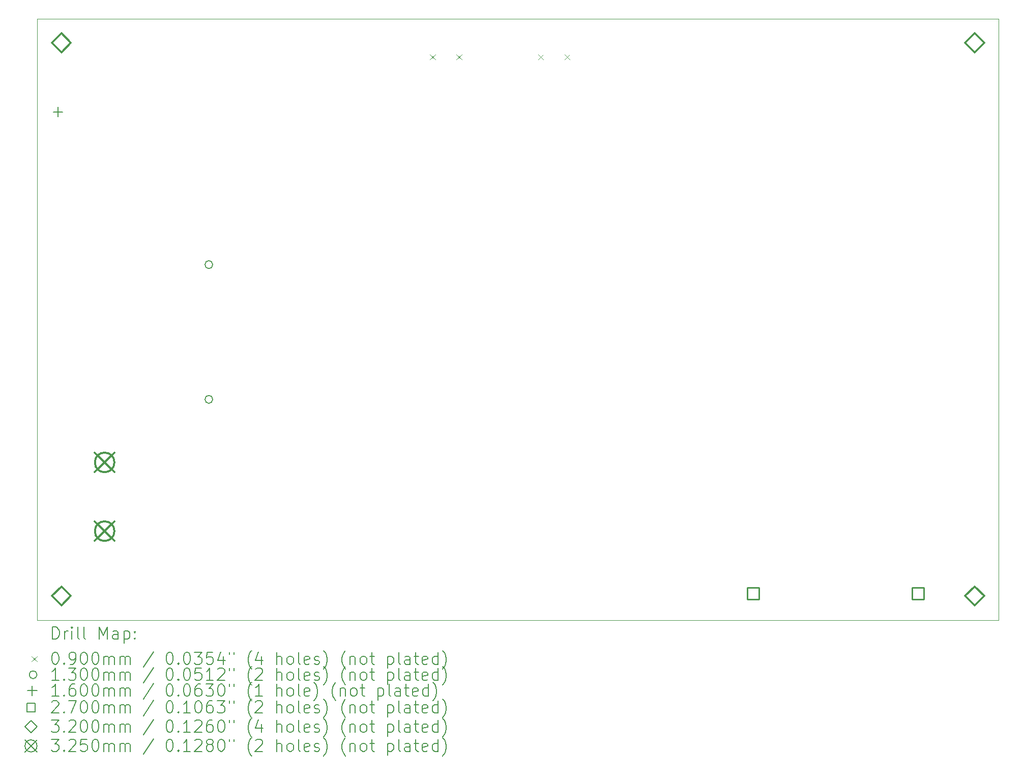
<source format=gbr>
%TF.GenerationSoftware,KiCad,Pcbnew,(6.0.11-0)*%
%TF.CreationDate,2023-09-15T21:28:13+02:00*%
%TF.ProjectId,marco-ram-board,6d617263-6f2d-4726-916d-2d626f617264,rev?*%
%TF.SameCoordinates,Original*%
%TF.FileFunction,Drillmap*%
%TF.FilePolarity,Positive*%
%FSLAX45Y45*%
G04 Gerber Fmt 4.5, Leading zero omitted, Abs format (unit mm)*
G04 Created by KiCad (PCBNEW (6.0.11-0)) date 2023-09-15 21:28:13*
%MOMM*%
%LPD*%
G01*
G04 APERTURE LIST*
%ADD10C,0.100000*%
%ADD11C,0.200000*%
%ADD12C,0.090000*%
%ADD13C,0.130000*%
%ADD14C,0.160000*%
%ADD15C,0.270000*%
%ADD16C,0.320000*%
%ADD17C,0.325000*%
G04 APERTURE END LIST*
D10*
X23000000Y-14000000D02*
X23000000Y-4000000D01*
X7000000Y-4000000D02*
X23000000Y-4000000D01*
X7000000Y-4000000D02*
X7000000Y-14000000D01*
X7000000Y-14000000D02*
X23000000Y-14000000D01*
D11*
D12*
X13535000Y-4595000D02*
X13625000Y-4685000D01*
X13625000Y-4595000D02*
X13535000Y-4685000D01*
X13975000Y-4595000D02*
X14065000Y-4685000D01*
X14065000Y-4595000D02*
X13975000Y-4685000D01*
X15335000Y-4595000D02*
X15425000Y-4685000D01*
X15425000Y-4595000D02*
X15335000Y-4685000D01*
X15775000Y-4595000D02*
X15865000Y-4685000D01*
X15865000Y-4595000D02*
X15775000Y-4685000D01*
D13*
X9920000Y-8090000D02*
G75*
G03*
X9920000Y-8090000I-65000J0D01*
G01*
X9920000Y-10330000D02*
G75*
G03*
X9920000Y-10330000I-65000J0D01*
G01*
D14*
X7344600Y-5469400D02*
X7344600Y-5629400D01*
X7264600Y-5549400D02*
X7424600Y-5549400D01*
D15*
X19011460Y-13655746D02*
X19011460Y-13464825D01*
X18820540Y-13464825D01*
X18820540Y-13655746D01*
X19011460Y-13655746D01*
X21751460Y-13655746D02*
X21751460Y-13464825D01*
X21560540Y-13464825D01*
X21560540Y-13655746D01*
X21751460Y-13655746D01*
D16*
X7400000Y-4560000D02*
X7560000Y-4400000D01*
X7400000Y-4240000D01*
X7240000Y-4400000D01*
X7400000Y-4560000D01*
X7400000Y-13760000D02*
X7560000Y-13600000D01*
X7400000Y-13440000D01*
X7240000Y-13600000D01*
X7400000Y-13760000D01*
X22600000Y-4560000D02*
X22760000Y-4400000D01*
X22600000Y-4240000D01*
X22440000Y-4400000D01*
X22600000Y-4560000D01*
X22600000Y-13760000D02*
X22760000Y-13600000D01*
X22600000Y-13440000D01*
X22440000Y-13600000D01*
X22600000Y-13760000D01*
D17*
X7958100Y-11216200D02*
X8283100Y-11541200D01*
X8283100Y-11216200D02*
X7958100Y-11541200D01*
X8283100Y-11378700D02*
G75*
G03*
X8283100Y-11378700I-162500J0D01*
G01*
X7958100Y-12359200D02*
X8283100Y-12684200D01*
X8283100Y-12359200D02*
X7958100Y-12684200D01*
X8283100Y-12521700D02*
G75*
G03*
X8283100Y-12521700I-162500J0D01*
G01*
D11*
X7252619Y-14315476D02*
X7252619Y-14115476D01*
X7300238Y-14115476D01*
X7328809Y-14125000D01*
X7347857Y-14144048D01*
X7357381Y-14163095D01*
X7366905Y-14201190D01*
X7366905Y-14229762D01*
X7357381Y-14267857D01*
X7347857Y-14286905D01*
X7328809Y-14305952D01*
X7300238Y-14315476D01*
X7252619Y-14315476D01*
X7452619Y-14315476D02*
X7452619Y-14182143D01*
X7452619Y-14220238D02*
X7462143Y-14201190D01*
X7471667Y-14191667D01*
X7490714Y-14182143D01*
X7509762Y-14182143D01*
X7576428Y-14315476D02*
X7576428Y-14182143D01*
X7576428Y-14115476D02*
X7566905Y-14125000D01*
X7576428Y-14134524D01*
X7585952Y-14125000D01*
X7576428Y-14115476D01*
X7576428Y-14134524D01*
X7700238Y-14315476D02*
X7681190Y-14305952D01*
X7671667Y-14286905D01*
X7671667Y-14115476D01*
X7805000Y-14315476D02*
X7785952Y-14305952D01*
X7776428Y-14286905D01*
X7776428Y-14115476D01*
X8033571Y-14315476D02*
X8033571Y-14115476D01*
X8100238Y-14258333D01*
X8166905Y-14115476D01*
X8166905Y-14315476D01*
X8347857Y-14315476D02*
X8347857Y-14210714D01*
X8338333Y-14191667D01*
X8319286Y-14182143D01*
X8281190Y-14182143D01*
X8262143Y-14191667D01*
X8347857Y-14305952D02*
X8328809Y-14315476D01*
X8281190Y-14315476D01*
X8262143Y-14305952D01*
X8252619Y-14286905D01*
X8252619Y-14267857D01*
X8262143Y-14248809D01*
X8281190Y-14239286D01*
X8328809Y-14239286D01*
X8347857Y-14229762D01*
X8443095Y-14182143D02*
X8443095Y-14382143D01*
X8443095Y-14191667D02*
X8462143Y-14182143D01*
X8500238Y-14182143D01*
X8519286Y-14191667D01*
X8528810Y-14201190D01*
X8538333Y-14220238D01*
X8538333Y-14277381D01*
X8528810Y-14296428D01*
X8519286Y-14305952D01*
X8500238Y-14315476D01*
X8462143Y-14315476D01*
X8443095Y-14305952D01*
X8624048Y-14296428D02*
X8633571Y-14305952D01*
X8624048Y-14315476D01*
X8614524Y-14305952D01*
X8624048Y-14296428D01*
X8624048Y-14315476D01*
X8624048Y-14191667D02*
X8633571Y-14201190D01*
X8624048Y-14210714D01*
X8614524Y-14201190D01*
X8624048Y-14191667D01*
X8624048Y-14210714D01*
D12*
X6905000Y-14600000D02*
X6995000Y-14690000D01*
X6995000Y-14600000D02*
X6905000Y-14690000D01*
D11*
X7290714Y-14535476D02*
X7309762Y-14535476D01*
X7328809Y-14545000D01*
X7338333Y-14554524D01*
X7347857Y-14573571D01*
X7357381Y-14611667D01*
X7357381Y-14659286D01*
X7347857Y-14697381D01*
X7338333Y-14716428D01*
X7328809Y-14725952D01*
X7309762Y-14735476D01*
X7290714Y-14735476D01*
X7271667Y-14725952D01*
X7262143Y-14716428D01*
X7252619Y-14697381D01*
X7243095Y-14659286D01*
X7243095Y-14611667D01*
X7252619Y-14573571D01*
X7262143Y-14554524D01*
X7271667Y-14545000D01*
X7290714Y-14535476D01*
X7443095Y-14716428D02*
X7452619Y-14725952D01*
X7443095Y-14735476D01*
X7433571Y-14725952D01*
X7443095Y-14716428D01*
X7443095Y-14735476D01*
X7547857Y-14735476D02*
X7585952Y-14735476D01*
X7605000Y-14725952D01*
X7614524Y-14716428D01*
X7633571Y-14687857D01*
X7643095Y-14649762D01*
X7643095Y-14573571D01*
X7633571Y-14554524D01*
X7624048Y-14545000D01*
X7605000Y-14535476D01*
X7566905Y-14535476D01*
X7547857Y-14545000D01*
X7538333Y-14554524D01*
X7528809Y-14573571D01*
X7528809Y-14621190D01*
X7538333Y-14640238D01*
X7547857Y-14649762D01*
X7566905Y-14659286D01*
X7605000Y-14659286D01*
X7624048Y-14649762D01*
X7633571Y-14640238D01*
X7643095Y-14621190D01*
X7766905Y-14535476D02*
X7785952Y-14535476D01*
X7805000Y-14545000D01*
X7814524Y-14554524D01*
X7824048Y-14573571D01*
X7833571Y-14611667D01*
X7833571Y-14659286D01*
X7824048Y-14697381D01*
X7814524Y-14716428D01*
X7805000Y-14725952D01*
X7785952Y-14735476D01*
X7766905Y-14735476D01*
X7747857Y-14725952D01*
X7738333Y-14716428D01*
X7728809Y-14697381D01*
X7719286Y-14659286D01*
X7719286Y-14611667D01*
X7728809Y-14573571D01*
X7738333Y-14554524D01*
X7747857Y-14545000D01*
X7766905Y-14535476D01*
X7957381Y-14535476D02*
X7976428Y-14535476D01*
X7995476Y-14545000D01*
X8005000Y-14554524D01*
X8014524Y-14573571D01*
X8024048Y-14611667D01*
X8024048Y-14659286D01*
X8014524Y-14697381D01*
X8005000Y-14716428D01*
X7995476Y-14725952D01*
X7976428Y-14735476D01*
X7957381Y-14735476D01*
X7938333Y-14725952D01*
X7928809Y-14716428D01*
X7919286Y-14697381D01*
X7909762Y-14659286D01*
X7909762Y-14611667D01*
X7919286Y-14573571D01*
X7928809Y-14554524D01*
X7938333Y-14545000D01*
X7957381Y-14535476D01*
X8109762Y-14735476D02*
X8109762Y-14602143D01*
X8109762Y-14621190D02*
X8119286Y-14611667D01*
X8138333Y-14602143D01*
X8166905Y-14602143D01*
X8185952Y-14611667D01*
X8195476Y-14630714D01*
X8195476Y-14735476D01*
X8195476Y-14630714D02*
X8205000Y-14611667D01*
X8224048Y-14602143D01*
X8252619Y-14602143D01*
X8271667Y-14611667D01*
X8281190Y-14630714D01*
X8281190Y-14735476D01*
X8376428Y-14735476D02*
X8376428Y-14602143D01*
X8376428Y-14621190D02*
X8385952Y-14611667D01*
X8405000Y-14602143D01*
X8433571Y-14602143D01*
X8452619Y-14611667D01*
X8462143Y-14630714D01*
X8462143Y-14735476D01*
X8462143Y-14630714D02*
X8471667Y-14611667D01*
X8490714Y-14602143D01*
X8519286Y-14602143D01*
X8538333Y-14611667D01*
X8547857Y-14630714D01*
X8547857Y-14735476D01*
X8938333Y-14525952D02*
X8766905Y-14783095D01*
X9195476Y-14535476D02*
X9214524Y-14535476D01*
X9233571Y-14545000D01*
X9243095Y-14554524D01*
X9252619Y-14573571D01*
X9262143Y-14611667D01*
X9262143Y-14659286D01*
X9252619Y-14697381D01*
X9243095Y-14716428D01*
X9233571Y-14725952D01*
X9214524Y-14735476D01*
X9195476Y-14735476D01*
X9176429Y-14725952D01*
X9166905Y-14716428D01*
X9157381Y-14697381D01*
X9147857Y-14659286D01*
X9147857Y-14611667D01*
X9157381Y-14573571D01*
X9166905Y-14554524D01*
X9176429Y-14545000D01*
X9195476Y-14535476D01*
X9347857Y-14716428D02*
X9357381Y-14725952D01*
X9347857Y-14735476D01*
X9338333Y-14725952D01*
X9347857Y-14716428D01*
X9347857Y-14735476D01*
X9481190Y-14535476D02*
X9500238Y-14535476D01*
X9519286Y-14545000D01*
X9528810Y-14554524D01*
X9538333Y-14573571D01*
X9547857Y-14611667D01*
X9547857Y-14659286D01*
X9538333Y-14697381D01*
X9528810Y-14716428D01*
X9519286Y-14725952D01*
X9500238Y-14735476D01*
X9481190Y-14735476D01*
X9462143Y-14725952D01*
X9452619Y-14716428D01*
X9443095Y-14697381D01*
X9433571Y-14659286D01*
X9433571Y-14611667D01*
X9443095Y-14573571D01*
X9452619Y-14554524D01*
X9462143Y-14545000D01*
X9481190Y-14535476D01*
X9614524Y-14535476D02*
X9738333Y-14535476D01*
X9671667Y-14611667D01*
X9700238Y-14611667D01*
X9719286Y-14621190D01*
X9728810Y-14630714D01*
X9738333Y-14649762D01*
X9738333Y-14697381D01*
X9728810Y-14716428D01*
X9719286Y-14725952D01*
X9700238Y-14735476D01*
X9643095Y-14735476D01*
X9624048Y-14725952D01*
X9614524Y-14716428D01*
X9919286Y-14535476D02*
X9824048Y-14535476D01*
X9814524Y-14630714D01*
X9824048Y-14621190D01*
X9843095Y-14611667D01*
X9890714Y-14611667D01*
X9909762Y-14621190D01*
X9919286Y-14630714D01*
X9928810Y-14649762D01*
X9928810Y-14697381D01*
X9919286Y-14716428D01*
X9909762Y-14725952D01*
X9890714Y-14735476D01*
X9843095Y-14735476D01*
X9824048Y-14725952D01*
X9814524Y-14716428D01*
X10100238Y-14602143D02*
X10100238Y-14735476D01*
X10052619Y-14525952D02*
X10005000Y-14668809D01*
X10128810Y-14668809D01*
X10195476Y-14535476D02*
X10195476Y-14573571D01*
X10271667Y-14535476D02*
X10271667Y-14573571D01*
X10566905Y-14811667D02*
X10557381Y-14802143D01*
X10538333Y-14773571D01*
X10528810Y-14754524D01*
X10519286Y-14725952D01*
X10509762Y-14678333D01*
X10509762Y-14640238D01*
X10519286Y-14592619D01*
X10528810Y-14564048D01*
X10538333Y-14545000D01*
X10557381Y-14516428D01*
X10566905Y-14506905D01*
X10728810Y-14602143D02*
X10728810Y-14735476D01*
X10681190Y-14525952D02*
X10633571Y-14668809D01*
X10757381Y-14668809D01*
X10985952Y-14735476D02*
X10985952Y-14535476D01*
X11071667Y-14735476D02*
X11071667Y-14630714D01*
X11062143Y-14611667D01*
X11043095Y-14602143D01*
X11014524Y-14602143D01*
X10995476Y-14611667D01*
X10985952Y-14621190D01*
X11195476Y-14735476D02*
X11176429Y-14725952D01*
X11166905Y-14716428D01*
X11157381Y-14697381D01*
X11157381Y-14640238D01*
X11166905Y-14621190D01*
X11176429Y-14611667D01*
X11195476Y-14602143D01*
X11224048Y-14602143D01*
X11243095Y-14611667D01*
X11252619Y-14621190D01*
X11262143Y-14640238D01*
X11262143Y-14697381D01*
X11252619Y-14716428D01*
X11243095Y-14725952D01*
X11224048Y-14735476D01*
X11195476Y-14735476D01*
X11376428Y-14735476D02*
X11357381Y-14725952D01*
X11347857Y-14706905D01*
X11347857Y-14535476D01*
X11528809Y-14725952D02*
X11509762Y-14735476D01*
X11471667Y-14735476D01*
X11452619Y-14725952D01*
X11443095Y-14706905D01*
X11443095Y-14630714D01*
X11452619Y-14611667D01*
X11471667Y-14602143D01*
X11509762Y-14602143D01*
X11528809Y-14611667D01*
X11538333Y-14630714D01*
X11538333Y-14649762D01*
X11443095Y-14668809D01*
X11614524Y-14725952D02*
X11633571Y-14735476D01*
X11671667Y-14735476D01*
X11690714Y-14725952D01*
X11700238Y-14706905D01*
X11700238Y-14697381D01*
X11690714Y-14678333D01*
X11671667Y-14668809D01*
X11643095Y-14668809D01*
X11624048Y-14659286D01*
X11614524Y-14640238D01*
X11614524Y-14630714D01*
X11624048Y-14611667D01*
X11643095Y-14602143D01*
X11671667Y-14602143D01*
X11690714Y-14611667D01*
X11766905Y-14811667D02*
X11776428Y-14802143D01*
X11795476Y-14773571D01*
X11805000Y-14754524D01*
X11814524Y-14725952D01*
X11824048Y-14678333D01*
X11824048Y-14640238D01*
X11814524Y-14592619D01*
X11805000Y-14564048D01*
X11795476Y-14545000D01*
X11776428Y-14516428D01*
X11766905Y-14506905D01*
X12128809Y-14811667D02*
X12119286Y-14802143D01*
X12100238Y-14773571D01*
X12090714Y-14754524D01*
X12081190Y-14725952D01*
X12071667Y-14678333D01*
X12071667Y-14640238D01*
X12081190Y-14592619D01*
X12090714Y-14564048D01*
X12100238Y-14545000D01*
X12119286Y-14516428D01*
X12128809Y-14506905D01*
X12205000Y-14602143D02*
X12205000Y-14735476D01*
X12205000Y-14621190D02*
X12214524Y-14611667D01*
X12233571Y-14602143D01*
X12262143Y-14602143D01*
X12281190Y-14611667D01*
X12290714Y-14630714D01*
X12290714Y-14735476D01*
X12414524Y-14735476D02*
X12395476Y-14725952D01*
X12385952Y-14716428D01*
X12376428Y-14697381D01*
X12376428Y-14640238D01*
X12385952Y-14621190D01*
X12395476Y-14611667D01*
X12414524Y-14602143D01*
X12443095Y-14602143D01*
X12462143Y-14611667D01*
X12471667Y-14621190D01*
X12481190Y-14640238D01*
X12481190Y-14697381D01*
X12471667Y-14716428D01*
X12462143Y-14725952D01*
X12443095Y-14735476D01*
X12414524Y-14735476D01*
X12538333Y-14602143D02*
X12614524Y-14602143D01*
X12566905Y-14535476D02*
X12566905Y-14706905D01*
X12576428Y-14725952D01*
X12595476Y-14735476D01*
X12614524Y-14735476D01*
X12833571Y-14602143D02*
X12833571Y-14802143D01*
X12833571Y-14611667D02*
X12852619Y-14602143D01*
X12890714Y-14602143D01*
X12909762Y-14611667D01*
X12919286Y-14621190D01*
X12928809Y-14640238D01*
X12928809Y-14697381D01*
X12919286Y-14716428D01*
X12909762Y-14725952D01*
X12890714Y-14735476D01*
X12852619Y-14735476D01*
X12833571Y-14725952D01*
X13043095Y-14735476D02*
X13024048Y-14725952D01*
X13014524Y-14706905D01*
X13014524Y-14535476D01*
X13205000Y-14735476D02*
X13205000Y-14630714D01*
X13195476Y-14611667D01*
X13176428Y-14602143D01*
X13138333Y-14602143D01*
X13119286Y-14611667D01*
X13205000Y-14725952D02*
X13185952Y-14735476D01*
X13138333Y-14735476D01*
X13119286Y-14725952D01*
X13109762Y-14706905D01*
X13109762Y-14687857D01*
X13119286Y-14668809D01*
X13138333Y-14659286D01*
X13185952Y-14659286D01*
X13205000Y-14649762D01*
X13271667Y-14602143D02*
X13347857Y-14602143D01*
X13300238Y-14535476D02*
X13300238Y-14706905D01*
X13309762Y-14725952D01*
X13328809Y-14735476D01*
X13347857Y-14735476D01*
X13490714Y-14725952D02*
X13471667Y-14735476D01*
X13433571Y-14735476D01*
X13414524Y-14725952D01*
X13405000Y-14706905D01*
X13405000Y-14630714D01*
X13414524Y-14611667D01*
X13433571Y-14602143D01*
X13471667Y-14602143D01*
X13490714Y-14611667D01*
X13500238Y-14630714D01*
X13500238Y-14649762D01*
X13405000Y-14668809D01*
X13671667Y-14735476D02*
X13671667Y-14535476D01*
X13671667Y-14725952D02*
X13652619Y-14735476D01*
X13614524Y-14735476D01*
X13595476Y-14725952D01*
X13585952Y-14716428D01*
X13576428Y-14697381D01*
X13576428Y-14640238D01*
X13585952Y-14621190D01*
X13595476Y-14611667D01*
X13614524Y-14602143D01*
X13652619Y-14602143D01*
X13671667Y-14611667D01*
X13747857Y-14811667D02*
X13757381Y-14802143D01*
X13776428Y-14773571D01*
X13785952Y-14754524D01*
X13795476Y-14725952D01*
X13805000Y-14678333D01*
X13805000Y-14640238D01*
X13795476Y-14592619D01*
X13785952Y-14564048D01*
X13776428Y-14545000D01*
X13757381Y-14516428D01*
X13747857Y-14506905D01*
D13*
X6995000Y-14909000D02*
G75*
G03*
X6995000Y-14909000I-65000J0D01*
G01*
D11*
X7357381Y-14999476D02*
X7243095Y-14999476D01*
X7300238Y-14999476D02*
X7300238Y-14799476D01*
X7281190Y-14828048D01*
X7262143Y-14847095D01*
X7243095Y-14856619D01*
X7443095Y-14980428D02*
X7452619Y-14989952D01*
X7443095Y-14999476D01*
X7433571Y-14989952D01*
X7443095Y-14980428D01*
X7443095Y-14999476D01*
X7519286Y-14799476D02*
X7643095Y-14799476D01*
X7576428Y-14875667D01*
X7605000Y-14875667D01*
X7624048Y-14885190D01*
X7633571Y-14894714D01*
X7643095Y-14913762D01*
X7643095Y-14961381D01*
X7633571Y-14980428D01*
X7624048Y-14989952D01*
X7605000Y-14999476D01*
X7547857Y-14999476D01*
X7528809Y-14989952D01*
X7519286Y-14980428D01*
X7766905Y-14799476D02*
X7785952Y-14799476D01*
X7805000Y-14809000D01*
X7814524Y-14818524D01*
X7824048Y-14837571D01*
X7833571Y-14875667D01*
X7833571Y-14923286D01*
X7824048Y-14961381D01*
X7814524Y-14980428D01*
X7805000Y-14989952D01*
X7785952Y-14999476D01*
X7766905Y-14999476D01*
X7747857Y-14989952D01*
X7738333Y-14980428D01*
X7728809Y-14961381D01*
X7719286Y-14923286D01*
X7719286Y-14875667D01*
X7728809Y-14837571D01*
X7738333Y-14818524D01*
X7747857Y-14809000D01*
X7766905Y-14799476D01*
X7957381Y-14799476D02*
X7976428Y-14799476D01*
X7995476Y-14809000D01*
X8005000Y-14818524D01*
X8014524Y-14837571D01*
X8024048Y-14875667D01*
X8024048Y-14923286D01*
X8014524Y-14961381D01*
X8005000Y-14980428D01*
X7995476Y-14989952D01*
X7976428Y-14999476D01*
X7957381Y-14999476D01*
X7938333Y-14989952D01*
X7928809Y-14980428D01*
X7919286Y-14961381D01*
X7909762Y-14923286D01*
X7909762Y-14875667D01*
X7919286Y-14837571D01*
X7928809Y-14818524D01*
X7938333Y-14809000D01*
X7957381Y-14799476D01*
X8109762Y-14999476D02*
X8109762Y-14866143D01*
X8109762Y-14885190D02*
X8119286Y-14875667D01*
X8138333Y-14866143D01*
X8166905Y-14866143D01*
X8185952Y-14875667D01*
X8195476Y-14894714D01*
X8195476Y-14999476D01*
X8195476Y-14894714D02*
X8205000Y-14875667D01*
X8224048Y-14866143D01*
X8252619Y-14866143D01*
X8271667Y-14875667D01*
X8281190Y-14894714D01*
X8281190Y-14999476D01*
X8376428Y-14999476D02*
X8376428Y-14866143D01*
X8376428Y-14885190D02*
X8385952Y-14875667D01*
X8405000Y-14866143D01*
X8433571Y-14866143D01*
X8452619Y-14875667D01*
X8462143Y-14894714D01*
X8462143Y-14999476D01*
X8462143Y-14894714D02*
X8471667Y-14875667D01*
X8490714Y-14866143D01*
X8519286Y-14866143D01*
X8538333Y-14875667D01*
X8547857Y-14894714D01*
X8547857Y-14999476D01*
X8938333Y-14789952D02*
X8766905Y-15047095D01*
X9195476Y-14799476D02*
X9214524Y-14799476D01*
X9233571Y-14809000D01*
X9243095Y-14818524D01*
X9252619Y-14837571D01*
X9262143Y-14875667D01*
X9262143Y-14923286D01*
X9252619Y-14961381D01*
X9243095Y-14980428D01*
X9233571Y-14989952D01*
X9214524Y-14999476D01*
X9195476Y-14999476D01*
X9176429Y-14989952D01*
X9166905Y-14980428D01*
X9157381Y-14961381D01*
X9147857Y-14923286D01*
X9147857Y-14875667D01*
X9157381Y-14837571D01*
X9166905Y-14818524D01*
X9176429Y-14809000D01*
X9195476Y-14799476D01*
X9347857Y-14980428D02*
X9357381Y-14989952D01*
X9347857Y-14999476D01*
X9338333Y-14989952D01*
X9347857Y-14980428D01*
X9347857Y-14999476D01*
X9481190Y-14799476D02*
X9500238Y-14799476D01*
X9519286Y-14809000D01*
X9528810Y-14818524D01*
X9538333Y-14837571D01*
X9547857Y-14875667D01*
X9547857Y-14923286D01*
X9538333Y-14961381D01*
X9528810Y-14980428D01*
X9519286Y-14989952D01*
X9500238Y-14999476D01*
X9481190Y-14999476D01*
X9462143Y-14989952D01*
X9452619Y-14980428D01*
X9443095Y-14961381D01*
X9433571Y-14923286D01*
X9433571Y-14875667D01*
X9443095Y-14837571D01*
X9452619Y-14818524D01*
X9462143Y-14809000D01*
X9481190Y-14799476D01*
X9728810Y-14799476D02*
X9633571Y-14799476D01*
X9624048Y-14894714D01*
X9633571Y-14885190D01*
X9652619Y-14875667D01*
X9700238Y-14875667D01*
X9719286Y-14885190D01*
X9728810Y-14894714D01*
X9738333Y-14913762D01*
X9738333Y-14961381D01*
X9728810Y-14980428D01*
X9719286Y-14989952D01*
X9700238Y-14999476D01*
X9652619Y-14999476D01*
X9633571Y-14989952D01*
X9624048Y-14980428D01*
X9928810Y-14999476D02*
X9814524Y-14999476D01*
X9871667Y-14999476D02*
X9871667Y-14799476D01*
X9852619Y-14828048D01*
X9833571Y-14847095D01*
X9814524Y-14856619D01*
X10005000Y-14818524D02*
X10014524Y-14809000D01*
X10033571Y-14799476D01*
X10081190Y-14799476D01*
X10100238Y-14809000D01*
X10109762Y-14818524D01*
X10119286Y-14837571D01*
X10119286Y-14856619D01*
X10109762Y-14885190D01*
X9995476Y-14999476D01*
X10119286Y-14999476D01*
X10195476Y-14799476D02*
X10195476Y-14837571D01*
X10271667Y-14799476D02*
X10271667Y-14837571D01*
X10566905Y-15075667D02*
X10557381Y-15066143D01*
X10538333Y-15037571D01*
X10528810Y-15018524D01*
X10519286Y-14989952D01*
X10509762Y-14942333D01*
X10509762Y-14904238D01*
X10519286Y-14856619D01*
X10528810Y-14828048D01*
X10538333Y-14809000D01*
X10557381Y-14780428D01*
X10566905Y-14770905D01*
X10633571Y-14818524D02*
X10643095Y-14809000D01*
X10662143Y-14799476D01*
X10709762Y-14799476D01*
X10728810Y-14809000D01*
X10738333Y-14818524D01*
X10747857Y-14837571D01*
X10747857Y-14856619D01*
X10738333Y-14885190D01*
X10624048Y-14999476D01*
X10747857Y-14999476D01*
X10985952Y-14999476D02*
X10985952Y-14799476D01*
X11071667Y-14999476D02*
X11071667Y-14894714D01*
X11062143Y-14875667D01*
X11043095Y-14866143D01*
X11014524Y-14866143D01*
X10995476Y-14875667D01*
X10985952Y-14885190D01*
X11195476Y-14999476D02*
X11176429Y-14989952D01*
X11166905Y-14980428D01*
X11157381Y-14961381D01*
X11157381Y-14904238D01*
X11166905Y-14885190D01*
X11176429Y-14875667D01*
X11195476Y-14866143D01*
X11224048Y-14866143D01*
X11243095Y-14875667D01*
X11252619Y-14885190D01*
X11262143Y-14904238D01*
X11262143Y-14961381D01*
X11252619Y-14980428D01*
X11243095Y-14989952D01*
X11224048Y-14999476D01*
X11195476Y-14999476D01*
X11376428Y-14999476D02*
X11357381Y-14989952D01*
X11347857Y-14970905D01*
X11347857Y-14799476D01*
X11528809Y-14989952D02*
X11509762Y-14999476D01*
X11471667Y-14999476D01*
X11452619Y-14989952D01*
X11443095Y-14970905D01*
X11443095Y-14894714D01*
X11452619Y-14875667D01*
X11471667Y-14866143D01*
X11509762Y-14866143D01*
X11528809Y-14875667D01*
X11538333Y-14894714D01*
X11538333Y-14913762D01*
X11443095Y-14932809D01*
X11614524Y-14989952D02*
X11633571Y-14999476D01*
X11671667Y-14999476D01*
X11690714Y-14989952D01*
X11700238Y-14970905D01*
X11700238Y-14961381D01*
X11690714Y-14942333D01*
X11671667Y-14932809D01*
X11643095Y-14932809D01*
X11624048Y-14923286D01*
X11614524Y-14904238D01*
X11614524Y-14894714D01*
X11624048Y-14875667D01*
X11643095Y-14866143D01*
X11671667Y-14866143D01*
X11690714Y-14875667D01*
X11766905Y-15075667D02*
X11776428Y-15066143D01*
X11795476Y-15037571D01*
X11805000Y-15018524D01*
X11814524Y-14989952D01*
X11824048Y-14942333D01*
X11824048Y-14904238D01*
X11814524Y-14856619D01*
X11805000Y-14828048D01*
X11795476Y-14809000D01*
X11776428Y-14780428D01*
X11766905Y-14770905D01*
X12128809Y-15075667D02*
X12119286Y-15066143D01*
X12100238Y-15037571D01*
X12090714Y-15018524D01*
X12081190Y-14989952D01*
X12071667Y-14942333D01*
X12071667Y-14904238D01*
X12081190Y-14856619D01*
X12090714Y-14828048D01*
X12100238Y-14809000D01*
X12119286Y-14780428D01*
X12128809Y-14770905D01*
X12205000Y-14866143D02*
X12205000Y-14999476D01*
X12205000Y-14885190D02*
X12214524Y-14875667D01*
X12233571Y-14866143D01*
X12262143Y-14866143D01*
X12281190Y-14875667D01*
X12290714Y-14894714D01*
X12290714Y-14999476D01*
X12414524Y-14999476D02*
X12395476Y-14989952D01*
X12385952Y-14980428D01*
X12376428Y-14961381D01*
X12376428Y-14904238D01*
X12385952Y-14885190D01*
X12395476Y-14875667D01*
X12414524Y-14866143D01*
X12443095Y-14866143D01*
X12462143Y-14875667D01*
X12471667Y-14885190D01*
X12481190Y-14904238D01*
X12481190Y-14961381D01*
X12471667Y-14980428D01*
X12462143Y-14989952D01*
X12443095Y-14999476D01*
X12414524Y-14999476D01*
X12538333Y-14866143D02*
X12614524Y-14866143D01*
X12566905Y-14799476D02*
X12566905Y-14970905D01*
X12576428Y-14989952D01*
X12595476Y-14999476D01*
X12614524Y-14999476D01*
X12833571Y-14866143D02*
X12833571Y-15066143D01*
X12833571Y-14875667D02*
X12852619Y-14866143D01*
X12890714Y-14866143D01*
X12909762Y-14875667D01*
X12919286Y-14885190D01*
X12928809Y-14904238D01*
X12928809Y-14961381D01*
X12919286Y-14980428D01*
X12909762Y-14989952D01*
X12890714Y-14999476D01*
X12852619Y-14999476D01*
X12833571Y-14989952D01*
X13043095Y-14999476D02*
X13024048Y-14989952D01*
X13014524Y-14970905D01*
X13014524Y-14799476D01*
X13205000Y-14999476D02*
X13205000Y-14894714D01*
X13195476Y-14875667D01*
X13176428Y-14866143D01*
X13138333Y-14866143D01*
X13119286Y-14875667D01*
X13205000Y-14989952D02*
X13185952Y-14999476D01*
X13138333Y-14999476D01*
X13119286Y-14989952D01*
X13109762Y-14970905D01*
X13109762Y-14951857D01*
X13119286Y-14932809D01*
X13138333Y-14923286D01*
X13185952Y-14923286D01*
X13205000Y-14913762D01*
X13271667Y-14866143D02*
X13347857Y-14866143D01*
X13300238Y-14799476D02*
X13300238Y-14970905D01*
X13309762Y-14989952D01*
X13328809Y-14999476D01*
X13347857Y-14999476D01*
X13490714Y-14989952D02*
X13471667Y-14999476D01*
X13433571Y-14999476D01*
X13414524Y-14989952D01*
X13405000Y-14970905D01*
X13405000Y-14894714D01*
X13414524Y-14875667D01*
X13433571Y-14866143D01*
X13471667Y-14866143D01*
X13490714Y-14875667D01*
X13500238Y-14894714D01*
X13500238Y-14913762D01*
X13405000Y-14932809D01*
X13671667Y-14999476D02*
X13671667Y-14799476D01*
X13671667Y-14989952D02*
X13652619Y-14999476D01*
X13614524Y-14999476D01*
X13595476Y-14989952D01*
X13585952Y-14980428D01*
X13576428Y-14961381D01*
X13576428Y-14904238D01*
X13585952Y-14885190D01*
X13595476Y-14875667D01*
X13614524Y-14866143D01*
X13652619Y-14866143D01*
X13671667Y-14875667D01*
X13747857Y-15075667D02*
X13757381Y-15066143D01*
X13776428Y-15037571D01*
X13785952Y-15018524D01*
X13795476Y-14989952D01*
X13805000Y-14942333D01*
X13805000Y-14904238D01*
X13795476Y-14856619D01*
X13785952Y-14828048D01*
X13776428Y-14809000D01*
X13757381Y-14780428D01*
X13747857Y-14770905D01*
D14*
X6915000Y-15093000D02*
X6915000Y-15253000D01*
X6835000Y-15173000D02*
X6995000Y-15173000D01*
D11*
X7357381Y-15263476D02*
X7243095Y-15263476D01*
X7300238Y-15263476D02*
X7300238Y-15063476D01*
X7281190Y-15092048D01*
X7262143Y-15111095D01*
X7243095Y-15120619D01*
X7443095Y-15244428D02*
X7452619Y-15253952D01*
X7443095Y-15263476D01*
X7433571Y-15253952D01*
X7443095Y-15244428D01*
X7443095Y-15263476D01*
X7624048Y-15063476D02*
X7585952Y-15063476D01*
X7566905Y-15073000D01*
X7557381Y-15082524D01*
X7538333Y-15111095D01*
X7528809Y-15149190D01*
X7528809Y-15225381D01*
X7538333Y-15244428D01*
X7547857Y-15253952D01*
X7566905Y-15263476D01*
X7605000Y-15263476D01*
X7624048Y-15253952D01*
X7633571Y-15244428D01*
X7643095Y-15225381D01*
X7643095Y-15177762D01*
X7633571Y-15158714D01*
X7624048Y-15149190D01*
X7605000Y-15139667D01*
X7566905Y-15139667D01*
X7547857Y-15149190D01*
X7538333Y-15158714D01*
X7528809Y-15177762D01*
X7766905Y-15063476D02*
X7785952Y-15063476D01*
X7805000Y-15073000D01*
X7814524Y-15082524D01*
X7824048Y-15101571D01*
X7833571Y-15139667D01*
X7833571Y-15187286D01*
X7824048Y-15225381D01*
X7814524Y-15244428D01*
X7805000Y-15253952D01*
X7785952Y-15263476D01*
X7766905Y-15263476D01*
X7747857Y-15253952D01*
X7738333Y-15244428D01*
X7728809Y-15225381D01*
X7719286Y-15187286D01*
X7719286Y-15139667D01*
X7728809Y-15101571D01*
X7738333Y-15082524D01*
X7747857Y-15073000D01*
X7766905Y-15063476D01*
X7957381Y-15063476D02*
X7976428Y-15063476D01*
X7995476Y-15073000D01*
X8005000Y-15082524D01*
X8014524Y-15101571D01*
X8024048Y-15139667D01*
X8024048Y-15187286D01*
X8014524Y-15225381D01*
X8005000Y-15244428D01*
X7995476Y-15253952D01*
X7976428Y-15263476D01*
X7957381Y-15263476D01*
X7938333Y-15253952D01*
X7928809Y-15244428D01*
X7919286Y-15225381D01*
X7909762Y-15187286D01*
X7909762Y-15139667D01*
X7919286Y-15101571D01*
X7928809Y-15082524D01*
X7938333Y-15073000D01*
X7957381Y-15063476D01*
X8109762Y-15263476D02*
X8109762Y-15130143D01*
X8109762Y-15149190D02*
X8119286Y-15139667D01*
X8138333Y-15130143D01*
X8166905Y-15130143D01*
X8185952Y-15139667D01*
X8195476Y-15158714D01*
X8195476Y-15263476D01*
X8195476Y-15158714D02*
X8205000Y-15139667D01*
X8224048Y-15130143D01*
X8252619Y-15130143D01*
X8271667Y-15139667D01*
X8281190Y-15158714D01*
X8281190Y-15263476D01*
X8376428Y-15263476D02*
X8376428Y-15130143D01*
X8376428Y-15149190D02*
X8385952Y-15139667D01*
X8405000Y-15130143D01*
X8433571Y-15130143D01*
X8452619Y-15139667D01*
X8462143Y-15158714D01*
X8462143Y-15263476D01*
X8462143Y-15158714D02*
X8471667Y-15139667D01*
X8490714Y-15130143D01*
X8519286Y-15130143D01*
X8538333Y-15139667D01*
X8547857Y-15158714D01*
X8547857Y-15263476D01*
X8938333Y-15053952D02*
X8766905Y-15311095D01*
X9195476Y-15063476D02*
X9214524Y-15063476D01*
X9233571Y-15073000D01*
X9243095Y-15082524D01*
X9252619Y-15101571D01*
X9262143Y-15139667D01*
X9262143Y-15187286D01*
X9252619Y-15225381D01*
X9243095Y-15244428D01*
X9233571Y-15253952D01*
X9214524Y-15263476D01*
X9195476Y-15263476D01*
X9176429Y-15253952D01*
X9166905Y-15244428D01*
X9157381Y-15225381D01*
X9147857Y-15187286D01*
X9147857Y-15139667D01*
X9157381Y-15101571D01*
X9166905Y-15082524D01*
X9176429Y-15073000D01*
X9195476Y-15063476D01*
X9347857Y-15244428D02*
X9357381Y-15253952D01*
X9347857Y-15263476D01*
X9338333Y-15253952D01*
X9347857Y-15244428D01*
X9347857Y-15263476D01*
X9481190Y-15063476D02*
X9500238Y-15063476D01*
X9519286Y-15073000D01*
X9528810Y-15082524D01*
X9538333Y-15101571D01*
X9547857Y-15139667D01*
X9547857Y-15187286D01*
X9538333Y-15225381D01*
X9528810Y-15244428D01*
X9519286Y-15253952D01*
X9500238Y-15263476D01*
X9481190Y-15263476D01*
X9462143Y-15253952D01*
X9452619Y-15244428D01*
X9443095Y-15225381D01*
X9433571Y-15187286D01*
X9433571Y-15139667D01*
X9443095Y-15101571D01*
X9452619Y-15082524D01*
X9462143Y-15073000D01*
X9481190Y-15063476D01*
X9719286Y-15063476D02*
X9681190Y-15063476D01*
X9662143Y-15073000D01*
X9652619Y-15082524D01*
X9633571Y-15111095D01*
X9624048Y-15149190D01*
X9624048Y-15225381D01*
X9633571Y-15244428D01*
X9643095Y-15253952D01*
X9662143Y-15263476D01*
X9700238Y-15263476D01*
X9719286Y-15253952D01*
X9728810Y-15244428D01*
X9738333Y-15225381D01*
X9738333Y-15177762D01*
X9728810Y-15158714D01*
X9719286Y-15149190D01*
X9700238Y-15139667D01*
X9662143Y-15139667D01*
X9643095Y-15149190D01*
X9633571Y-15158714D01*
X9624048Y-15177762D01*
X9805000Y-15063476D02*
X9928810Y-15063476D01*
X9862143Y-15139667D01*
X9890714Y-15139667D01*
X9909762Y-15149190D01*
X9919286Y-15158714D01*
X9928810Y-15177762D01*
X9928810Y-15225381D01*
X9919286Y-15244428D01*
X9909762Y-15253952D01*
X9890714Y-15263476D01*
X9833571Y-15263476D01*
X9814524Y-15253952D01*
X9805000Y-15244428D01*
X10052619Y-15063476D02*
X10071667Y-15063476D01*
X10090714Y-15073000D01*
X10100238Y-15082524D01*
X10109762Y-15101571D01*
X10119286Y-15139667D01*
X10119286Y-15187286D01*
X10109762Y-15225381D01*
X10100238Y-15244428D01*
X10090714Y-15253952D01*
X10071667Y-15263476D01*
X10052619Y-15263476D01*
X10033571Y-15253952D01*
X10024048Y-15244428D01*
X10014524Y-15225381D01*
X10005000Y-15187286D01*
X10005000Y-15139667D01*
X10014524Y-15101571D01*
X10024048Y-15082524D01*
X10033571Y-15073000D01*
X10052619Y-15063476D01*
X10195476Y-15063476D02*
X10195476Y-15101571D01*
X10271667Y-15063476D02*
X10271667Y-15101571D01*
X10566905Y-15339667D02*
X10557381Y-15330143D01*
X10538333Y-15301571D01*
X10528810Y-15282524D01*
X10519286Y-15253952D01*
X10509762Y-15206333D01*
X10509762Y-15168238D01*
X10519286Y-15120619D01*
X10528810Y-15092048D01*
X10538333Y-15073000D01*
X10557381Y-15044428D01*
X10566905Y-15034905D01*
X10747857Y-15263476D02*
X10633571Y-15263476D01*
X10690714Y-15263476D02*
X10690714Y-15063476D01*
X10671667Y-15092048D01*
X10652619Y-15111095D01*
X10633571Y-15120619D01*
X10985952Y-15263476D02*
X10985952Y-15063476D01*
X11071667Y-15263476D02*
X11071667Y-15158714D01*
X11062143Y-15139667D01*
X11043095Y-15130143D01*
X11014524Y-15130143D01*
X10995476Y-15139667D01*
X10985952Y-15149190D01*
X11195476Y-15263476D02*
X11176429Y-15253952D01*
X11166905Y-15244428D01*
X11157381Y-15225381D01*
X11157381Y-15168238D01*
X11166905Y-15149190D01*
X11176429Y-15139667D01*
X11195476Y-15130143D01*
X11224048Y-15130143D01*
X11243095Y-15139667D01*
X11252619Y-15149190D01*
X11262143Y-15168238D01*
X11262143Y-15225381D01*
X11252619Y-15244428D01*
X11243095Y-15253952D01*
X11224048Y-15263476D01*
X11195476Y-15263476D01*
X11376428Y-15263476D02*
X11357381Y-15253952D01*
X11347857Y-15234905D01*
X11347857Y-15063476D01*
X11528809Y-15253952D02*
X11509762Y-15263476D01*
X11471667Y-15263476D01*
X11452619Y-15253952D01*
X11443095Y-15234905D01*
X11443095Y-15158714D01*
X11452619Y-15139667D01*
X11471667Y-15130143D01*
X11509762Y-15130143D01*
X11528809Y-15139667D01*
X11538333Y-15158714D01*
X11538333Y-15177762D01*
X11443095Y-15196809D01*
X11605000Y-15339667D02*
X11614524Y-15330143D01*
X11633571Y-15301571D01*
X11643095Y-15282524D01*
X11652619Y-15253952D01*
X11662143Y-15206333D01*
X11662143Y-15168238D01*
X11652619Y-15120619D01*
X11643095Y-15092048D01*
X11633571Y-15073000D01*
X11614524Y-15044428D01*
X11605000Y-15034905D01*
X11966905Y-15339667D02*
X11957381Y-15330143D01*
X11938333Y-15301571D01*
X11928809Y-15282524D01*
X11919286Y-15253952D01*
X11909762Y-15206333D01*
X11909762Y-15168238D01*
X11919286Y-15120619D01*
X11928809Y-15092048D01*
X11938333Y-15073000D01*
X11957381Y-15044428D01*
X11966905Y-15034905D01*
X12043095Y-15130143D02*
X12043095Y-15263476D01*
X12043095Y-15149190D02*
X12052619Y-15139667D01*
X12071667Y-15130143D01*
X12100238Y-15130143D01*
X12119286Y-15139667D01*
X12128809Y-15158714D01*
X12128809Y-15263476D01*
X12252619Y-15263476D02*
X12233571Y-15253952D01*
X12224048Y-15244428D01*
X12214524Y-15225381D01*
X12214524Y-15168238D01*
X12224048Y-15149190D01*
X12233571Y-15139667D01*
X12252619Y-15130143D01*
X12281190Y-15130143D01*
X12300238Y-15139667D01*
X12309762Y-15149190D01*
X12319286Y-15168238D01*
X12319286Y-15225381D01*
X12309762Y-15244428D01*
X12300238Y-15253952D01*
X12281190Y-15263476D01*
X12252619Y-15263476D01*
X12376428Y-15130143D02*
X12452619Y-15130143D01*
X12405000Y-15063476D02*
X12405000Y-15234905D01*
X12414524Y-15253952D01*
X12433571Y-15263476D01*
X12452619Y-15263476D01*
X12671667Y-15130143D02*
X12671667Y-15330143D01*
X12671667Y-15139667D02*
X12690714Y-15130143D01*
X12728809Y-15130143D01*
X12747857Y-15139667D01*
X12757381Y-15149190D01*
X12766905Y-15168238D01*
X12766905Y-15225381D01*
X12757381Y-15244428D01*
X12747857Y-15253952D01*
X12728809Y-15263476D01*
X12690714Y-15263476D01*
X12671667Y-15253952D01*
X12881190Y-15263476D02*
X12862143Y-15253952D01*
X12852619Y-15234905D01*
X12852619Y-15063476D01*
X13043095Y-15263476D02*
X13043095Y-15158714D01*
X13033571Y-15139667D01*
X13014524Y-15130143D01*
X12976428Y-15130143D01*
X12957381Y-15139667D01*
X13043095Y-15253952D02*
X13024048Y-15263476D01*
X12976428Y-15263476D01*
X12957381Y-15253952D01*
X12947857Y-15234905D01*
X12947857Y-15215857D01*
X12957381Y-15196809D01*
X12976428Y-15187286D01*
X13024048Y-15187286D01*
X13043095Y-15177762D01*
X13109762Y-15130143D02*
X13185952Y-15130143D01*
X13138333Y-15063476D02*
X13138333Y-15234905D01*
X13147857Y-15253952D01*
X13166905Y-15263476D01*
X13185952Y-15263476D01*
X13328809Y-15253952D02*
X13309762Y-15263476D01*
X13271667Y-15263476D01*
X13252619Y-15253952D01*
X13243095Y-15234905D01*
X13243095Y-15158714D01*
X13252619Y-15139667D01*
X13271667Y-15130143D01*
X13309762Y-15130143D01*
X13328809Y-15139667D01*
X13338333Y-15158714D01*
X13338333Y-15177762D01*
X13243095Y-15196809D01*
X13509762Y-15263476D02*
X13509762Y-15063476D01*
X13509762Y-15253952D02*
X13490714Y-15263476D01*
X13452619Y-15263476D01*
X13433571Y-15253952D01*
X13424048Y-15244428D01*
X13414524Y-15225381D01*
X13414524Y-15168238D01*
X13424048Y-15149190D01*
X13433571Y-15139667D01*
X13452619Y-15130143D01*
X13490714Y-15130143D01*
X13509762Y-15139667D01*
X13585952Y-15339667D02*
X13595476Y-15330143D01*
X13614524Y-15301571D01*
X13624048Y-15282524D01*
X13633571Y-15253952D01*
X13643095Y-15206333D01*
X13643095Y-15168238D01*
X13633571Y-15120619D01*
X13624048Y-15092048D01*
X13614524Y-15073000D01*
X13595476Y-15044428D01*
X13585952Y-15034905D01*
X6965711Y-15523711D02*
X6965711Y-15382289D01*
X6824289Y-15382289D01*
X6824289Y-15523711D01*
X6965711Y-15523711D01*
X7243095Y-15362524D02*
X7252619Y-15353000D01*
X7271667Y-15343476D01*
X7319286Y-15343476D01*
X7338333Y-15353000D01*
X7347857Y-15362524D01*
X7357381Y-15381571D01*
X7357381Y-15400619D01*
X7347857Y-15429190D01*
X7233571Y-15543476D01*
X7357381Y-15543476D01*
X7443095Y-15524428D02*
X7452619Y-15533952D01*
X7443095Y-15543476D01*
X7433571Y-15533952D01*
X7443095Y-15524428D01*
X7443095Y-15543476D01*
X7519286Y-15343476D02*
X7652619Y-15343476D01*
X7566905Y-15543476D01*
X7766905Y-15343476D02*
X7785952Y-15343476D01*
X7805000Y-15353000D01*
X7814524Y-15362524D01*
X7824048Y-15381571D01*
X7833571Y-15419667D01*
X7833571Y-15467286D01*
X7824048Y-15505381D01*
X7814524Y-15524428D01*
X7805000Y-15533952D01*
X7785952Y-15543476D01*
X7766905Y-15543476D01*
X7747857Y-15533952D01*
X7738333Y-15524428D01*
X7728809Y-15505381D01*
X7719286Y-15467286D01*
X7719286Y-15419667D01*
X7728809Y-15381571D01*
X7738333Y-15362524D01*
X7747857Y-15353000D01*
X7766905Y-15343476D01*
X7957381Y-15343476D02*
X7976428Y-15343476D01*
X7995476Y-15353000D01*
X8005000Y-15362524D01*
X8014524Y-15381571D01*
X8024048Y-15419667D01*
X8024048Y-15467286D01*
X8014524Y-15505381D01*
X8005000Y-15524428D01*
X7995476Y-15533952D01*
X7976428Y-15543476D01*
X7957381Y-15543476D01*
X7938333Y-15533952D01*
X7928809Y-15524428D01*
X7919286Y-15505381D01*
X7909762Y-15467286D01*
X7909762Y-15419667D01*
X7919286Y-15381571D01*
X7928809Y-15362524D01*
X7938333Y-15353000D01*
X7957381Y-15343476D01*
X8109762Y-15543476D02*
X8109762Y-15410143D01*
X8109762Y-15429190D02*
X8119286Y-15419667D01*
X8138333Y-15410143D01*
X8166905Y-15410143D01*
X8185952Y-15419667D01*
X8195476Y-15438714D01*
X8195476Y-15543476D01*
X8195476Y-15438714D02*
X8205000Y-15419667D01*
X8224048Y-15410143D01*
X8252619Y-15410143D01*
X8271667Y-15419667D01*
X8281190Y-15438714D01*
X8281190Y-15543476D01*
X8376428Y-15543476D02*
X8376428Y-15410143D01*
X8376428Y-15429190D02*
X8385952Y-15419667D01*
X8405000Y-15410143D01*
X8433571Y-15410143D01*
X8452619Y-15419667D01*
X8462143Y-15438714D01*
X8462143Y-15543476D01*
X8462143Y-15438714D02*
X8471667Y-15419667D01*
X8490714Y-15410143D01*
X8519286Y-15410143D01*
X8538333Y-15419667D01*
X8547857Y-15438714D01*
X8547857Y-15543476D01*
X8938333Y-15333952D02*
X8766905Y-15591095D01*
X9195476Y-15343476D02*
X9214524Y-15343476D01*
X9233571Y-15353000D01*
X9243095Y-15362524D01*
X9252619Y-15381571D01*
X9262143Y-15419667D01*
X9262143Y-15467286D01*
X9252619Y-15505381D01*
X9243095Y-15524428D01*
X9233571Y-15533952D01*
X9214524Y-15543476D01*
X9195476Y-15543476D01*
X9176429Y-15533952D01*
X9166905Y-15524428D01*
X9157381Y-15505381D01*
X9147857Y-15467286D01*
X9147857Y-15419667D01*
X9157381Y-15381571D01*
X9166905Y-15362524D01*
X9176429Y-15353000D01*
X9195476Y-15343476D01*
X9347857Y-15524428D02*
X9357381Y-15533952D01*
X9347857Y-15543476D01*
X9338333Y-15533952D01*
X9347857Y-15524428D01*
X9347857Y-15543476D01*
X9547857Y-15543476D02*
X9433571Y-15543476D01*
X9490714Y-15543476D02*
X9490714Y-15343476D01*
X9471667Y-15372048D01*
X9452619Y-15391095D01*
X9433571Y-15400619D01*
X9671667Y-15343476D02*
X9690714Y-15343476D01*
X9709762Y-15353000D01*
X9719286Y-15362524D01*
X9728810Y-15381571D01*
X9738333Y-15419667D01*
X9738333Y-15467286D01*
X9728810Y-15505381D01*
X9719286Y-15524428D01*
X9709762Y-15533952D01*
X9690714Y-15543476D01*
X9671667Y-15543476D01*
X9652619Y-15533952D01*
X9643095Y-15524428D01*
X9633571Y-15505381D01*
X9624048Y-15467286D01*
X9624048Y-15419667D01*
X9633571Y-15381571D01*
X9643095Y-15362524D01*
X9652619Y-15353000D01*
X9671667Y-15343476D01*
X9909762Y-15343476D02*
X9871667Y-15343476D01*
X9852619Y-15353000D01*
X9843095Y-15362524D01*
X9824048Y-15391095D01*
X9814524Y-15429190D01*
X9814524Y-15505381D01*
X9824048Y-15524428D01*
X9833571Y-15533952D01*
X9852619Y-15543476D01*
X9890714Y-15543476D01*
X9909762Y-15533952D01*
X9919286Y-15524428D01*
X9928810Y-15505381D01*
X9928810Y-15457762D01*
X9919286Y-15438714D01*
X9909762Y-15429190D01*
X9890714Y-15419667D01*
X9852619Y-15419667D01*
X9833571Y-15429190D01*
X9824048Y-15438714D01*
X9814524Y-15457762D01*
X9995476Y-15343476D02*
X10119286Y-15343476D01*
X10052619Y-15419667D01*
X10081190Y-15419667D01*
X10100238Y-15429190D01*
X10109762Y-15438714D01*
X10119286Y-15457762D01*
X10119286Y-15505381D01*
X10109762Y-15524428D01*
X10100238Y-15533952D01*
X10081190Y-15543476D01*
X10024048Y-15543476D01*
X10005000Y-15533952D01*
X9995476Y-15524428D01*
X10195476Y-15343476D02*
X10195476Y-15381571D01*
X10271667Y-15343476D02*
X10271667Y-15381571D01*
X10566905Y-15619667D02*
X10557381Y-15610143D01*
X10538333Y-15581571D01*
X10528810Y-15562524D01*
X10519286Y-15533952D01*
X10509762Y-15486333D01*
X10509762Y-15448238D01*
X10519286Y-15400619D01*
X10528810Y-15372048D01*
X10538333Y-15353000D01*
X10557381Y-15324428D01*
X10566905Y-15314905D01*
X10633571Y-15362524D02*
X10643095Y-15353000D01*
X10662143Y-15343476D01*
X10709762Y-15343476D01*
X10728810Y-15353000D01*
X10738333Y-15362524D01*
X10747857Y-15381571D01*
X10747857Y-15400619D01*
X10738333Y-15429190D01*
X10624048Y-15543476D01*
X10747857Y-15543476D01*
X10985952Y-15543476D02*
X10985952Y-15343476D01*
X11071667Y-15543476D02*
X11071667Y-15438714D01*
X11062143Y-15419667D01*
X11043095Y-15410143D01*
X11014524Y-15410143D01*
X10995476Y-15419667D01*
X10985952Y-15429190D01*
X11195476Y-15543476D02*
X11176429Y-15533952D01*
X11166905Y-15524428D01*
X11157381Y-15505381D01*
X11157381Y-15448238D01*
X11166905Y-15429190D01*
X11176429Y-15419667D01*
X11195476Y-15410143D01*
X11224048Y-15410143D01*
X11243095Y-15419667D01*
X11252619Y-15429190D01*
X11262143Y-15448238D01*
X11262143Y-15505381D01*
X11252619Y-15524428D01*
X11243095Y-15533952D01*
X11224048Y-15543476D01*
X11195476Y-15543476D01*
X11376428Y-15543476D02*
X11357381Y-15533952D01*
X11347857Y-15514905D01*
X11347857Y-15343476D01*
X11528809Y-15533952D02*
X11509762Y-15543476D01*
X11471667Y-15543476D01*
X11452619Y-15533952D01*
X11443095Y-15514905D01*
X11443095Y-15438714D01*
X11452619Y-15419667D01*
X11471667Y-15410143D01*
X11509762Y-15410143D01*
X11528809Y-15419667D01*
X11538333Y-15438714D01*
X11538333Y-15457762D01*
X11443095Y-15476809D01*
X11614524Y-15533952D02*
X11633571Y-15543476D01*
X11671667Y-15543476D01*
X11690714Y-15533952D01*
X11700238Y-15514905D01*
X11700238Y-15505381D01*
X11690714Y-15486333D01*
X11671667Y-15476809D01*
X11643095Y-15476809D01*
X11624048Y-15467286D01*
X11614524Y-15448238D01*
X11614524Y-15438714D01*
X11624048Y-15419667D01*
X11643095Y-15410143D01*
X11671667Y-15410143D01*
X11690714Y-15419667D01*
X11766905Y-15619667D02*
X11776428Y-15610143D01*
X11795476Y-15581571D01*
X11805000Y-15562524D01*
X11814524Y-15533952D01*
X11824048Y-15486333D01*
X11824048Y-15448238D01*
X11814524Y-15400619D01*
X11805000Y-15372048D01*
X11795476Y-15353000D01*
X11776428Y-15324428D01*
X11766905Y-15314905D01*
X12128809Y-15619667D02*
X12119286Y-15610143D01*
X12100238Y-15581571D01*
X12090714Y-15562524D01*
X12081190Y-15533952D01*
X12071667Y-15486333D01*
X12071667Y-15448238D01*
X12081190Y-15400619D01*
X12090714Y-15372048D01*
X12100238Y-15353000D01*
X12119286Y-15324428D01*
X12128809Y-15314905D01*
X12205000Y-15410143D02*
X12205000Y-15543476D01*
X12205000Y-15429190D02*
X12214524Y-15419667D01*
X12233571Y-15410143D01*
X12262143Y-15410143D01*
X12281190Y-15419667D01*
X12290714Y-15438714D01*
X12290714Y-15543476D01*
X12414524Y-15543476D02*
X12395476Y-15533952D01*
X12385952Y-15524428D01*
X12376428Y-15505381D01*
X12376428Y-15448238D01*
X12385952Y-15429190D01*
X12395476Y-15419667D01*
X12414524Y-15410143D01*
X12443095Y-15410143D01*
X12462143Y-15419667D01*
X12471667Y-15429190D01*
X12481190Y-15448238D01*
X12481190Y-15505381D01*
X12471667Y-15524428D01*
X12462143Y-15533952D01*
X12443095Y-15543476D01*
X12414524Y-15543476D01*
X12538333Y-15410143D02*
X12614524Y-15410143D01*
X12566905Y-15343476D02*
X12566905Y-15514905D01*
X12576428Y-15533952D01*
X12595476Y-15543476D01*
X12614524Y-15543476D01*
X12833571Y-15410143D02*
X12833571Y-15610143D01*
X12833571Y-15419667D02*
X12852619Y-15410143D01*
X12890714Y-15410143D01*
X12909762Y-15419667D01*
X12919286Y-15429190D01*
X12928809Y-15448238D01*
X12928809Y-15505381D01*
X12919286Y-15524428D01*
X12909762Y-15533952D01*
X12890714Y-15543476D01*
X12852619Y-15543476D01*
X12833571Y-15533952D01*
X13043095Y-15543476D02*
X13024048Y-15533952D01*
X13014524Y-15514905D01*
X13014524Y-15343476D01*
X13205000Y-15543476D02*
X13205000Y-15438714D01*
X13195476Y-15419667D01*
X13176428Y-15410143D01*
X13138333Y-15410143D01*
X13119286Y-15419667D01*
X13205000Y-15533952D02*
X13185952Y-15543476D01*
X13138333Y-15543476D01*
X13119286Y-15533952D01*
X13109762Y-15514905D01*
X13109762Y-15495857D01*
X13119286Y-15476809D01*
X13138333Y-15467286D01*
X13185952Y-15467286D01*
X13205000Y-15457762D01*
X13271667Y-15410143D02*
X13347857Y-15410143D01*
X13300238Y-15343476D02*
X13300238Y-15514905D01*
X13309762Y-15533952D01*
X13328809Y-15543476D01*
X13347857Y-15543476D01*
X13490714Y-15533952D02*
X13471667Y-15543476D01*
X13433571Y-15543476D01*
X13414524Y-15533952D01*
X13405000Y-15514905D01*
X13405000Y-15438714D01*
X13414524Y-15419667D01*
X13433571Y-15410143D01*
X13471667Y-15410143D01*
X13490714Y-15419667D01*
X13500238Y-15438714D01*
X13500238Y-15457762D01*
X13405000Y-15476809D01*
X13671667Y-15543476D02*
X13671667Y-15343476D01*
X13671667Y-15533952D02*
X13652619Y-15543476D01*
X13614524Y-15543476D01*
X13595476Y-15533952D01*
X13585952Y-15524428D01*
X13576428Y-15505381D01*
X13576428Y-15448238D01*
X13585952Y-15429190D01*
X13595476Y-15419667D01*
X13614524Y-15410143D01*
X13652619Y-15410143D01*
X13671667Y-15419667D01*
X13747857Y-15619667D02*
X13757381Y-15610143D01*
X13776428Y-15581571D01*
X13785952Y-15562524D01*
X13795476Y-15533952D01*
X13805000Y-15486333D01*
X13805000Y-15448238D01*
X13795476Y-15400619D01*
X13785952Y-15372048D01*
X13776428Y-15353000D01*
X13757381Y-15324428D01*
X13747857Y-15314905D01*
X6895000Y-15873000D02*
X6995000Y-15773000D01*
X6895000Y-15673000D01*
X6795000Y-15773000D01*
X6895000Y-15873000D01*
X7233571Y-15663476D02*
X7357381Y-15663476D01*
X7290714Y-15739667D01*
X7319286Y-15739667D01*
X7338333Y-15749190D01*
X7347857Y-15758714D01*
X7357381Y-15777762D01*
X7357381Y-15825381D01*
X7347857Y-15844428D01*
X7338333Y-15853952D01*
X7319286Y-15863476D01*
X7262143Y-15863476D01*
X7243095Y-15853952D01*
X7233571Y-15844428D01*
X7443095Y-15844428D02*
X7452619Y-15853952D01*
X7443095Y-15863476D01*
X7433571Y-15853952D01*
X7443095Y-15844428D01*
X7443095Y-15863476D01*
X7528809Y-15682524D02*
X7538333Y-15673000D01*
X7557381Y-15663476D01*
X7605000Y-15663476D01*
X7624048Y-15673000D01*
X7633571Y-15682524D01*
X7643095Y-15701571D01*
X7643095Y-15720619D01*
X7633571Y-15749190D01*
X7519286Y-15863476D01*
X7643095Y-15863476D01*
X7766905Y-15663476D02*
X7785952Y-15663476D01*
X7805000Y-15673000D01*
X7814524Y-15682524D01*
X7824048Y-15701571D01*
X7833571Y-15739667D01*
X7833571Y-15787286D01*
X7824048Y-15825381D01*
X7814524Y-15844428D01*
X7805000Y-15853952D01*
X7785952Y-15863476D01*
X7766905Y-15863476D01*
X7747857Y-15853952D01*
X7738333Y-15844428D01*
X7728809Y-15825381D01*
X7719286Y-15787286D01*
X7719286Y-15739667D01*
X7728809Y-15701571D01*
X7738333Y-15682524D01*
X7747857Y-15673000D01*
X7766905Y-15663476D01*
X7957381Y-15663476D02*
X7976428Y-15663476D01*
X7995476Y-15673000D01*
X8005000Y-15682524D01*
X8014524Y-15701571D01*
X8024048Y-15739667D01*
X8024048Y-15787286D01*
X8014524Y-15825381D01*
X8005000Y-15844428D01*
X7995476Y-15853952D01*
X7976428Y-15863476D01*
X7957381Y-15863476D01*
X7938333Y-15853952D01*
X7928809Y-15844428D01*
X7919286Y-15825381D01*
X7909762Y-15787286D01*
X7909762Y-15739667D01*
X7919286Y-15701571D01*
X7928809Y-15682524D01*
X7938333Y-15673000D01*
X7957381Y-15663476D01*
X8109762Y-15863476D02*
X8109762Y-15730143D01*
X8109762Y-15749190D02*
X8119286Y-15739667D01*
X8138333Y-15730143D01*
X8166905Y-15730143D01*
X8185952Y-15739667D01*
X8195476Y-15758714D01*
X8195476Y-15863476D01*
X8195476Y-15758714D02*
X8205000Y-15739667D01*
X8224048Y-15730143D01*
X8252619Y-15730143D01*
X8271667Y-15739667D01*
X8281190Y-15758714D01*
X8281190Y-15863476D01*
X8376428Y-15863476D02*
X8376428Y-15730143D01*
X8376428Y-15749190D02*
X8385952Y-15739667D01*
X8405000Y-15730143D01*
X8433571Y-15730143D01*
X8452619Y-15739667D01*
X8462143Y-15758714D01*
X8462143Y-15863476D01*
X8462143Y-15758714D02*
X8471667Y-15739667D01*
X8490714Y-15730143D01*
X8519286Y-15730143D01*
X8538333Y-15739667D01*
X8547857Y-15758714D01*
X8547857Y-15863476D01*
X8938333Y-15653952D02*
X8766905Y-15911095D01*
X9195476Y-15663476D02*
X9214524Y-15663476D01*
X9233571Y-15673000D01*
X9243095Y-15682524D01*
X9252619Y-15701571D01*
X9262143Y-15739667D01*
X9262143Y-15787286D01*
X9252619Y-15825381D01*
X9243095Y-15844428D01*
X9233571Y-15853952D01*
X9214524Y-15863476D01*
X9195476Y-15863476D01*
X9176429Y-15853952D01*
X9166905Y-15844428D01*
X9157381Y-15825381D01*
X9147857Y-15787286D01*
X9147857Y-15739667D01*
X9157381Y-15701571D01*
X9166905Y-15682524D01*
X9176429Y-15673000D01*
X9195476Y-15663476D01*
X9347857Y-15844428D02*
X9357381Y-15853952D01*
X9347857Y-15863476D01*
X9338333Y-15853952D01*
X9347857Y-15844428D01*
X9347857Y-15863476D01*
X9547857Y-15863476D02*
X9433571Y-15863476D01*
X9490714Y-15863476D02*
X9490714Y-15663476D01*
X9471667Y-15692048D01*
X9452619Y-15711095D01*
X9433571Y-15720619D01*
X9624048Y-15682524D02*
X9633571Y-15673000D01*
X9652619Y-15663476D01*
X9700238Y-15663476D01*
X9719286Y-15673000D01*
X9728810Y-15682524D01*
X9738333Y-15701571D01*
X9738333Y-15720619D01*
X9728810Y-15749190D01*
X9614524Y-15863476D01*
X9738333Y-15863476D01*
X9909762Y-15663476D02*
X9871667Y-15663476D01*
X9852619Y-15673000D01*
X9843095Y-15682524D01*
X9824048Y-15711095D01*
X9814524Y-15749190D01*
X9814524Y-15825381D01*
X9824048Y-15844428D01*
X9833571Y-15853952D01*
X9852619Y-15863476D01*
X9890714Y-15863476D01*
X9909762Y-15853952D01*
X9919286Y-15844428D01*
X9928810Y-15825381D01*
X9928810Y-15777762D01*
X9919286Y-15758714D01*
X9909762Y-15749190D01*
X9890714Y-15739667D01*
X9852619Y-15739667D01*
X9833571Y-15749190D01*
X9824048Y-15758714D01*
X9814524Y-15777762D01*
X10052619Y-15663476D02*
X10071667Y-15663476D01*
X10090714Y-15673000D01*
X10100238Y-15682524D01*
X10109762Y-15701571D01*
X10119286Y-15739667D01*
X10119286Y-15787286D01*
X10109762Y-15825381D01*
X10100238Y-15844428D01*
X10090714Y-15853952D01*
X10071667Y-15863476D01*
X10052619Y-15863476D01*
X10033571Y-15853952D01*
X10024048Y-15844428D01*
X10014524Y-15825381D01*
X10005000Y-15787286D01*
X10005000Y-15739667D01*
X10014524Y-15701571D01*
X10024048Y-15682524D01*
X10033571Y-15673000D01*
X10052619Y-15663476D01*
X10195476Y-15663476D02*
X10195476Y-15701571D01*
X10271667Y-15663476D02*
X10271667Y-15701571D01*
X10566905Y-15939667D02*
X10557381Y-15930143D01*
X10538333Y-15901571D01*
X10528810Y-15882524D01*
X10519286Y-15853952D01*
X10509762Y-15806333D01*
X10509762Y-15768238D01*
X10519286Y-15720619D01*
X10528810Y-15692048D01*
X10538333Y-15673000D01*
X10557381Y-15644428D01*
X10566905Y-15634905D01*
X10728810Y-15730143D02*
X10728810Y-15863476D01*
X10681190Y-15653952D02*
X10633571Y-15796809D01*
X10757381Y-15796809D01*
X10985952Y-15863476D02*
X10985952Y-15663476D01*
X11071667Y-15863476D02*
X11071667Y-15758714D01*
X11062143Y-15739667D01*
X11043095Y-15730143D01*
X11014524Y-15730143D01*
X10995476Y-15739667D01*
X10985952Y-15749190D01*
X11195476Y-15863476D02*
X11176429Y-15853952D01*
X11166905Y-15844428D01*
X11157381Y-15825381D01*
X11157381Y-15768238D01*
X11166905Y-15749190D01*
X11176429Y-15739667D01*
X11195476Y-15730143D01*
X11224048Y-15730143D01*
X11243095Y-15739667D01*
X11252619Y-15749190D01*
X11262143Y-15768238D01*
X11262143Y-15825381D01*
X11252619Y-15844428D01*
X11243095Y-15853952D01*
X11224048Y-15863476D01*
X11195476Y-15863476D01*
X11376428Y-15863476D02*
X11357381Y-15853952D01*
X11347857Y-15834905D01*
X11347857Y-15663476D01*
X11528809Y-15853952D02*
X11509762Y-15863476D01*
X11471667Y-15863476D01*
X11452619Y-15853952D01*
X11443095Y-15834905D01*
X11443095Y-15758714D01*
X11452619Y-15739667D01*
X11471667Y-15730143D01*
X11509762Y-15730143D01*
X11528809Y-15739667D01*
X11538333Y-15758714D01*
X11538333Y-15777762D01*
X11443095Y-15796809D01*
X11614524Y-15853952D02*
X11633571Y-15863476D01*
X11671667Y-15863476D01*
X11690714Y-15853952D01*
X11700238Y-15834905D01*
X11700238Y-15825381D01*
X11690714Y-15806333D01*
X11671667Y-15796809D01*
X11643095Y-15796809D01*
X11624048Y-15787286D01*
X11614524Y-15768238D01*
X11614524Y-15758714D01*
X11624048Y-15739667D01*
X11643095Y-15730143D01*
X11671667Y-15730143D01*
X11690714Y-15739667D01*
X11766905Y-15939667D02*
X11776428Y-15930143D01*
X11795476Y-15901571D01*
X11805000Y-15882524D01*
X11814524Y-15853952D01*
X11824048Y-15806333D01*
X11824048Y-15768238D01*
X11814524Y-15720619D01*
X11805000Y-15692048D01*
X11795476Y-15673000D01*
X11776428Y-15644428D01*
X11766905Y-15634905D01*
X12128809Y-15939667D02*
X12119286Y-15930143D01*
X12100238Y-15901571D01*
X12090714Y-15882524D01*
X12081190Y-15853952D01*
X12071667Y-15806333D01*
X12071667Y-15768238D01*
X12081190Y-15720619D01*
X12090714Y-15692048D01*
X12100238Y-15673000D01*
X12119286Y-15644428D01*
X12128809Y-15634905D01*
X12205000Y-15730143D02*
X12205000Y-15863476D01*
X12205000Y-15749190D02*
X12214524Y-15739667D01*
X12233571Y-15730143D01*
X12262143Y-15730143D01*
X12281190Y-15739667D01*
X12290714Y-15758714D01*
X12290714Y-15863476D01*
X12414524Y-15863476D02*
X12395476Y-15853952D01*
X12385952Y-15844428D01*
X12376428Y-15825381D01*
X12376428Y-15768238D01*
X12385952Y-15749190D01*
X12395476Y-15739667D01*
X12414524Y-15730143D01*
X12443095Y-15730143D01*
X12462143Y-15739667D01*
X12471667Y-15749190D01*
X12481190Y-15768238D01*
X12481190Y-15825381D01*
X12471667Y-15844428D01*
X12462143Y-15853952D01*
X12443095Y-15863476D01*
X12414524Y-15863476D01*
X12538333Y-15730143D02*
X12614524Y-15730143D01*
X12566905Y-15663476D02*
X12566905Y-15834905D01*
X12576428Y-15853952D01*
X12595476Y-15863476D01*
X12614524Y-15863476D01*
X12833571Y-15730143D02*
X12833571Y-15930143D01*
X12833571Y-15739667D02*
X12852619Y-15730143D01*
X12890714Y-15730143D01*
X12909762Y-15739667D01*
X12919286Y-15749190D01*
X12928809Y-15768238D01*
X12928809Y-15825381D01*
X12919286Y-15844428D01*
X12909762Y-15853952D01*
X12890714Y-15863476D01*
X12852619Y-15863476D01*
X12833571Y-15853952D01*
X13043095Y-15863476D02*
X13024048Y-15853952D01*
X13014524Y-15834905D01*
X13014524Y-15663476D01*
X13205000Y-15863476D02*
X13205000Y-15758714D01*
X13195476Y-15739667D01*
X13176428Y-15730143D01*
X13138333Y-15730143D01*
X13119286Y-15739667D01*
X13205000Y-15853952D02*
X13185952Y-15863476D01*
X13138333Y-15863476D01*
X13119286Y-15853952D01*
X13109762Y-15834905D01*
X13109762Y-15815857D01*
X13119286Y-15796809D01*
X13138333Y-15787286D01*
X13185952Y-15787286D01*
X13205000Y-15777762D01*
X13271667Y-15730143D02*
X13347857Y-15730143D01*
X13300238Y-15663476D02*
X13300238Y-15834905D01*
X13309762Y-15853952D01*
X13328809Y-15863476D01*
X13347857Y-15863476D01*
X13490714Y-15853952D02*
X13471667Y-15863476D01*
X13433571Y-15863476D01*
X13414524Y-15853952D01*
X13405000Y-15834905D01*
X13405000Y-15758714D01*
X13414524Y-15739667D01*
X13433571Y-15730143D01*
X13471667Y-15730143D01*
X13490714Y-15739667D01*
X13500238Y-15758714D01*
X13500238Y-15777762D01*
X13405000Y-15796809D01*
X13671667Y-15863476D02*
X13671667Y-15663476D01*
X13671667Y-15853952D02*
X13652619Y-15863476D01*
X13614524Y-15863476D01*
X13595476Y-15853952D01*
X13585952Y-15844428D01*
X13576428Y-15825381D01*
X13576428Y-15768238D01*
X13585952Y-15749190D01*
X13595476Y-15739667D01*
X13614524Y-15730143D01*
X13652619Y-15730143D01*
X13671667Y-15739667D01*
X13747857Y-15939667D02*
X13757381Y-15930143D01*
X13776428Y-15901571D01*
X13785952Y-15882524D01*
X13795476Y-15853952D01*
X13805000Y-15806333D01*
X13805000Y-15768238D01*
X13795476Y-15720619D01*
X13785952Y-15692048D01*
X13776428Y-15673000D01*
X13757381Y-15644428D01*
X13747857Y-15634905D01*
X6795000Y-15993000D02*
X6995000Y-16193000D01*
X6995000Y-15993000D02*
X6795000Y-16193000D01*
X6995000Y-16093000D02*
G75*
G03*
X6995000Y-16093000I-100000J0D01*
G01*
X7233571Y-15983476D02*
X7357381Y-15983476D01*
X7290714Y-16059667D01*
X7319286Y-16059667D01*
X7338333Y-16069190D01*
X7347857Y-16078714D01*
X7357381Y-16097762D01*
X7357381Y-16145381D01*
X7347857Y-16164428D01*
X7338333Y-16173952D01*
X7319286Y-16183476D01*
X7262143Y-16183476D01*
X7243095Y-16173952D01*
X7233571Y-16164428D01*
X7443095Y-16164428D02*
X7452619Y-16173952D01*
X7443095Y-16183476D01*
X7433571Y-16173952D01*
X7443095Y-16164428D01*
X7443095Y-16183476D01*
X7528809Y-16002524D02*
X7538333Y-15993000D01*
X7557381Y-15983476D01*
X7605000Y-15983476D01*
X7624048Y-15993000D01*
X7633571Y-16002524D01*
X7643095Y-16021571D01*
X7643095Y-16040619D01*
X7633571Y-16069190D01*
X7519286Y-16183476D01*
X7643095Y-16183476D01*
X7824048Y-15983476D02*
X7728809Y-15983476D01*
X7719286Y-16078714D01*
X7728809Y-16069190D01*
X7747857Y-16059667D01*
X7795476Y-16059667D01*
X7814524Y-16069190D01*
X7824048Y-16078714D01*
X7833571Y-16097762D01*
X7833571Y-16145381D01*
X7824048Y-16164428D01*
X7814524Y-16173952D01*
X7795476Y-16183476D01*
X7747857Y-16183476D01*
X7728809Y-16173952D01*
X7719286Y-16164428D01*
X7957381Y-15983476D02*
X7976428Y-15983476D01*
X7995476Y-15993000D01*
X8005000Y-16002524D01*
X8014524Y-16021571D01*
X8024048Y-16059667D01*
X8024048Y-16107286D01*
X8014524Y-16145381D01*
X8005000Y-16164428D01*
X7995476Y-16173952D01*
X7976428Y-16183476D01*
X7957381Y-16183476D01*
X7938333Y-16173952D01*
X7928809Y-16164428D01*
X7919286Y-16145381D01*
X7909762Y-16107286D01*
X7909762Y-16059667D01*
X7919286Y-16021571D01*
X7928809Y-16002524D01*
X7938333Y-15993000D01*
X7957381Y-15983476D01*
X8109762Y-16183476D02*
X8109762Y-16050143D01*
X8109762Y-16069190D02*
X8119286Y-16059667D01*
X8138333Y-16050143D01*
X8166905Y-16050143D01*
X8185952Y-16059667D01*
X8195476Y-16078714D01*
X8195476Y-16183476D01*
X8195476Y-16078714D02*
X8205000Y-16059667D01*
X8224048Y-16050143D01*
X8252619Y-16050143D01*
X8271667Y-16059667D01*
X8281190Y-16078714D01*
X8281190Y-16183476D01*
X8376428Y-16183476D02*
X8376428Y-16050143D01*
X8376428Y-16069190D02*
X8385952Y-16059667D01*
X8405000Y-16050143D01*
X8433571Y-16050143D01*
X8452619Y-16059667D01*
X8462143Y-16078714D01*
X8462143Y-16183476D01*
X8462143Y-16078714D02*
X8471667Y-16059667D01*
X8490714Y-16050143D01*
X8519286Y-16050143D01*
X8538333Y-16059667D01*
X8547857Y-16078714D01*
X8547857Y-16183476D01*
X8938333Y-15973952D02*
X8766905Y-16231095D01*
X9195476Y-15983476D02*
X9214524Y-15983476D01*
X9233571Y-15993000D01*
X9243095Y-16002524D01*
X9252619Y-16021571D01*
X9262143Y-16059667D01*
X9262143Y-16107286D01*
X9252619Y-16145381D01*
X9243095Y-16164428D01*
X9233571Y-16173952D01*
X9214524Y-16183476D01*
X9195476Y-16183476D01*
X9176429Y-16173952D01*
X9166905Y-16164428D01*
X9157381Y-16145381D01*
X9147857Y-16107286D01*
X9147857Y-16059667D01*
X9157381Y-16021571D01*
X9166905Y-16002524D01*
X9176429Y-15993000D01*
X9195476Y-15983476D01*
X9347857Y-16164428D02*
X9357381Y-16173952D01*
X9347857Y-16183476D01*
X9338333Y-16173952D01*
X9347857Y-16164428D01*
X9347857Y-16183476D01*
X9547857Y-16183476D02*
X9433571Y-16183476D01*
X9490714Y-16183476D02*
X9490714Y-15983476D01*
X9471667Y-16012048D01*
X9452619Y-16031095D01*
X9433571Y-16040619D01*
X9624048Y-16002524D02*
X9633571Y-15993000D01*
X9652619Y-15983476D01*
X9700238Y-15983476D01*
X9719286Y-15993000D01*
X9728810Y-16002524D01*
X9738333Y-16021571D01*
X9738333Y-16040619D01*
X9728810Y-16069190D01*
X9614524Y-16183476D01*
X9738333Y-16183476D01*
X9852619Y-16069190D02*
X9833571Y-16059667D01*
X9824048Y-16050143D01*
X9814524Y-16031095D01*
X9814524Y-16021571D01*
X9824048Y-16002524D01*
X9833571Y-15993000D01*
X9852619Y-15983476D01*
X9890714Y-15983476D01*
X9909762Y-15993000D01*
X9919286Y-16002524D01*
X9928810Y-16021571D01*
X9928810Y-16031095D01*
X9919286Y-16050143D01*
X9909762Y-16059667D01*
X9890714Y-16069190D01*
X9852619Y-16069190D01*
X9833571Y-16078714D01*
X9824048Y-16088238D01*
X9814524Y-16107286D01*
X9814524Y-16145381D01*
X9824048Y-16164428D01*
X9833571Y-16173952D01*
X9852619Y-16183476D01*
X9890714Y-16183476D01*
X9909762Y-16173952D01*
X9919286Y-16164428D01*
X9928810Y-16145381D01*
X9928810Y-16107286D01*
X9919286Y-16088238D01*
X9909762Y-16078714D01*
X9890714Y-16069190D01*
X10052619Y-15983476D02*
X10071667Y-15983476D01*
X10090714Y-15993000D01*
X10100238Y-16002524D01*
X10109762Y-16021571D01*
X10119286Y-16059667D01*
X10119286Y-16107286D01*
X10109762Y-16145381D01*
X10100238Y-16164428D01*
X10090714Y-16173952D01*
X10071667Y-16183476D01*
X10052619Y-16183476D01*
X10033571Y-16173952D01*
X10024048Y-16164428D01*
X10014524Y-16145381D01*
X10005000Y-16107286D01*
X10005000Y-16059667D01*
X10014524Y-16021571D01*
X10024048Y-16002524D01*
X10033571Y-15993000D01*
X10052619Y-15983476D01*
X10195476Y-15983476D02*
X10195476Y-16021571D01*
X10271667Y-15983476D02*
X10271667Y-16021571D01*
X10566905Y-16259667D02*
X10557381Y-16250143D01*
X10538333Y-16221571D01*
X10528810Y-16202524D01*
X10519286Y-16173952D01*
X10509762Y-16126333D01*
X10509762Y-16088238D01*
X10519286Y-16040619D01*
X10528810Y-16012048D01*
X10538333Y-15993000D01*
X10557381Y-15964428D01*
X10566905Y-15954905D01*
X10633571Y-16002524D02*
X10643095Y-15993000D01*
X10662143Y-15983476D01*
X10709762Y-15983476D01*
X10728810Y-15993000D01*
X10738333Y-16002524D01*
X10747857Y-16021571D01*
X10747857Y-16040619D01*
X10738333Y-16069190D01*
X10624048Y-16183476D01*
X10747857Y-16183476D01*
X10985952Y-16183476D02*
X10985952Y-15983476D01*
X11071667Y-16183476D02*
X11071667Y-16078714D01*
X11062143Y-16059667D01*
X11043095Y-16050143D01*
X11014524Y-16050143D01*
X10995476Y-16059667D01*
X10985952Y-16069190D01*
X11195476Y-16183476D02*
X11176429Y-16173952D01*
X11166905Y-16164428D01*
X11157381Y-16145381D01*
X11157381Y-16088238D01*
X11166905Y-16069190D01*
X11176429Y-16059667D01*
X11195476Y-16050143D01*
X11224048Y-16050143D01*
X11243095Y-16059667D01*
X11252619Y-16069190D01*
X11262143Y-16088238D01*
X11262143Y-16145381D01*
X11252619Y-16164428D01*
X11243095Y-16173952D01*
X11224048Y-16183476D01*
X11195476Y-16183476D01*
X11376428Y-16183476D02*
X11357381Y-16173952D01*
X11347857Y-16154905D01*
X11347857Y-15983476D01*
X11528809Y-16173952D02*
X11509762Y-16183476D01*
X11471667Y-16183476D01*
X11452619Y-16173952D01*
X11443095Y-16154905D01*
X11443095Y-16078714D01*
X11452619Y-16059667D01*
X11471667Y-16050143D01*
X11509762Y-16050143D01*
X11528809Y-16059667D01*
X11538333Y-16078714D01*
X11538333Y-16097762D01*
X11443095Y-16116809D01*
X11614524Y-16173952D02*
X11633571Y-16183476D01*
X11671667Y-16183476D01*
X11690714Y-16173952D01*
X11700238Y-16154905D01*
X11700238Y-16145381D01*
X11690714Y-16126333D01*
X11671667Y-16116809D01*
X11643095Y-16116809D01*
X11624048Y-16107286D01*
X11614524Y-16088238D01*
X11614524Y-16078714D01*
X11624048Y-16059667D01*
X11643095Y-16050143D01*
X11671667Y-16050143D01*
X11690714Y-16059667D01*
X11766905Y-16259667D02*
X11776428Y-16250143D01*
X11795476Y-16221571D01*
X11805000Y-16202524D01*
X11814524Y-16173952D01*
X11824048Y-16126333D01*
X11824048Y-16088238D01*
X11814524Y-16040619D01*
X11805000Y-16012048D01*
X11795476Y-15993000D01*
X11776428Y-15964428D01*
X11766905Y-15954905D01*
X12128809Y-16259667D02*
X12119286Y-16250143D01*
X12100238Y-16221571D01*
X12090714Y-16202524D01*
X12081190Y-16173952D01*
X12071667Y-16126333D01*
X12071667Y-16088238D01*
X12081190Y-16040619D01*
X12090714Y-16012048D01*
X12100238Y-15993000D01*
X12119286Y-15964428D01*
X12128809Y-15954905D01*
X12205000Y-16050143D02*
X12205000Y-16183476D01*
X12205000Y-16069190D02*
X12214524Y-16059667D01*
X12233571Y-16050143D01*
X12262143Y-16050143D01*
X12281190Y-16059667D01*
X12290714Y-16078714D01*
X12290714Y-16183476D01*
X12414524Y-16183476D02*
X12395476Y-16173952D01*
X12385952Y-16164428D01*
X12376428Y-16145381D01*
X12376428Y-16088238D01*
X12385952Y-16069190D01*
X12395476Y-16059667D01*
X12414524Y-16050143D01*
X12443095Y-16050143D01*
X12462143Y-16059667D01*
X12471667Y-16069190D01*
X12481190Y-16088238D01*
X12481190Y-16145381D01*
X12471667Y-16164428D01*
X12462143Y-16173952D01*
X12443095Y-16183476D01*
X12414524Y-16183476D01*
X12538333Y-16050143D02*
X12614524Y-16050143D01*
X12566905Y-15983476D02*
X12566905Y-16154905D01*
X12576428Y-16173952D01*
X12595476Y-16183476D01*
X12614524Y-16183476D01*
X12833571Y-16050143D02*
X12833571Y-16250143D01*
X12833571Y-16059667D02*
X12852619Y-16050143D01*
X12890714Y-16050143D01*
X12909762Y-16059667D01*
X12919286Y-16069190D01*
X12928809Y-16088238D01*
X12928809Y-16145381D01*
X12919286Y-16164428D01*
X12909762Y-16173952D01*
X12890714Y-16183476D01*
X12852619Y-16183476D01*
X12833571Y-16173952D01*
X13043095Y-16183476D02*
X13024048Y-16173952D01*
X13014524Y-16154905D01*
X13014524Y-15983476D01*
X13205000Y-16183476D02*
X13205000Y-16078714D01*
X13195476Y-16059667D01*
X13176428Y-16050143D01*
X13138333Y-16050143D01*
X13119286Y-16059667D01*
X13205000Y-16173952D02*
X13185952Y-16183476D01*
X13138333Y-16183476D01*
X13119286Y-16173952D01*
X13109762Y-16154905D01*
X13109762Y-16135857D01*
X13119286Y-16116809D01*
X13138333Y-16107286D01*
X13185952Y-16107286D01*
X13205000Y-16097762D01*
X13271667Y-16050143D02*
X13347857Y-16050143D01*
X13300238Y-15983476D02*
X13300238Y-16154905D01*
X13309762Y-16173952D01*
X13328809Y-16183476D01*
X13347857Y-16183476D01*
X13490714Y-16173952D02*
X13471667Y-16183476D01*
X13433571Y-16183476D01*
X13414524Y-16173952D01*
X13405000Y-16154905D01*
X13405000Y-16078714D01*
X13414524Y-16059667D01*
X13433571Y-16050143D01*
X13471667Y-16050143D01*
X13490714Y-16059667D01*
X13500238Y-16078714D01*
X13500238Y-16097762D01*
X13405000Y-16116809D01*
X13671667Y-16183476D02*
X13671667Y-15983476D01*
X13671667Y-16173952D02*
X13652619Y-16183476D01*
X13614524Y-16183476D01*
X13595476Y-16173952D01*
X13585952Y-16164428D01*
X13576428Y-16145381D01*
X13576428Y-16088238D01*
X13585952Y-16069190D01*
X13595476Y-16059667D01*
X13614524Y-16050143D01*
X13652619Y-16050143D01*
X13671667Y-16059667D01*
X13747857Y-16259667D02*
X13757381Y-16250143D01*
X13776428Y-16221571D01*
X13785952Y-16202524D01*
X13795476Y-16173952D01*
X13805000Y-16126333D01*
X13805000Y-16088238D01*
X13795476Y-16040619D01*
X13785952Y-16012048D01*
X13776428Y-15993000D01*
X13757381Y-15964428D01*
X13747857Y-15954905D01*
M02*

</source>
